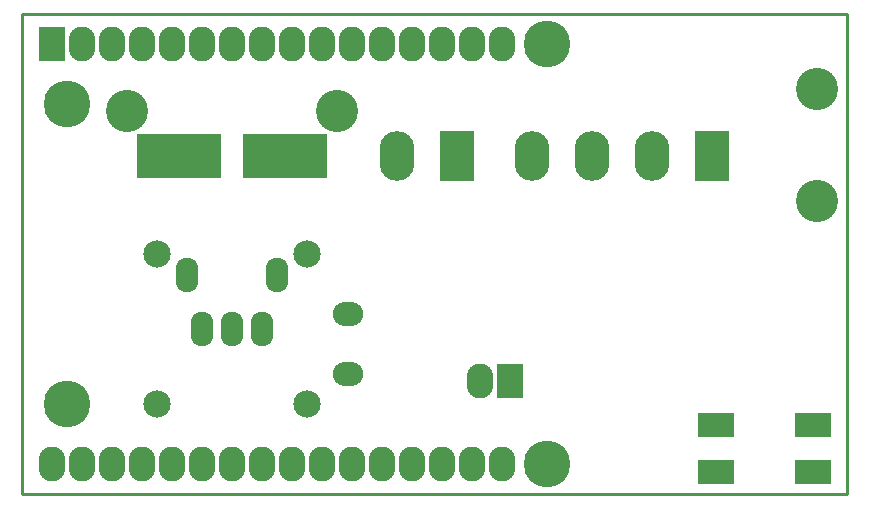
<source format=gts>
G04 #@! TF.FileFunction,Soldermask,Top*
%FSLAX46Y46*%
G04 Gerber Fmt 4.6, Leading zero omitted, Abs format (unit mm)*
G04 Created by KiCad (PCBNEW 4.1.0-alpha+201608211231+7083~46~ubuntu16.04.1-product) date Wed Aug 24 14:24:17 2016*
%MOMM*%
%LPD*%
G01*
G04 APERTURE LIST*
%ADD10C,0.100000*%
%ADD11C,0.228600*%
%ADD12O,2.559000X2.051000*%
%ADD13O,2.254200X2.940000*%
%ADD14R,2.254200X2.940000*%
%ADD15C,3.956000*%
%ADD16R,3.067000X1.990040*%
%ADD17R,2.940000X4.210000*%
%ADD18O,2.940000X4.210000*%
%ADD19C,3.575000*%
%ADD20O,1.924000X2.940000*%
%ADD21C,2.305000*%
%ADD22R,7.150000X3.700000*%
G04 APERTURE END LIST*
D10*
D11*
X143510000Y-79375000D02*
X73660000Y-79375000D01*
X143510000Y-120015000D02*
X143510000Y-79375000D01*
X73660000Y-120015000D02*
X143510000Y-120015000D01*
X73660000Y-79375000D02*
X73660000Y-120015000D01*
D12*
X101244400Y-104775000D03*
X101244400Y-109855000D03*
D13*
X78740000Y-81915000D03*
X81280000Y-81915000D03*
D14*
X76200000Y-81915000D03*
D13*
X83820000Y-81915000D03*
X86360000Y-81915000D03*
X88900000Y-81915000D03*
X91440000Y-81915000D03*
X93980000Y-81915000D03*
X96520000Y-81915000D03*
X99060000Y-81915000D03*
X101600000Y-81915000D03*
X104140000Y-81915000D03*
X106680000Y-81915000D03*
X109220000Y-81915000D03*
X111760000Y-81915000D03*
X114300000Y-81915000D03*
X114300000Y-117475000D03*
X111760000Y-117475000D03*
X109220000Y-117475000D03*
X106680000Y-117475000D03*
X104140000Y-117475000D03*
X101600000Y-117475000D03*
X99060000Y-117475000D03*
X96520000Y-117475000D03*
X93980000Y-117475000D03*
X91440000Y-117475000D03*
X88900000Y-117475000D03*
X86360000Y-117475000D03*
X83820000Y-117475000D03*
X81280000Y-117475000D03*
X78740000Y-117475000D03*
X76200000Y-117475000D03*
D15*
X77470000Y-86995000D03*
X77470000Y-112395000D03*
X118110000Y-117475000D03*
X118110000Y-81915000D03*
D13*
X112395000Y-110490000D03*
D14*
X114935000Y-110490000D03*
D16*
X132397500Y-118203980D03*
X140652500Y-118203980D03*
X132397500Y-114206020D03*
X140652500Y-114206020D03*
D17*
X132080000Y-91440000D03*
D18*
X127000000Y-91440000D03*
X121920000Y-91440000D03*
X116840000Y-91440000D03*
D17*
X110490000Y-91440000D03*
D18*
X105410000Y-91440000D03*
D19*
X82550000Y-87630000D03*
X100330000Y-87630000D03*
X140970000Y-95250000D03*
X140970000Y-85725000D03*
D20*
X88900000Y-106045000D03*
X91440000Y-106045000D03*
X93980000Y-106045000D03*
X87630000Y-101549200D03*
X95250000Y-101549200D03*
D21*
X85090000Y-99695000D03*
X97790000Y-99695000D03*
X97790000Y-112395000D03*
X85090000Y-112395000D03*
D22*
X86965000Y-91440000D03*
X95915000Y-91440000D03*
M02*

</source>
